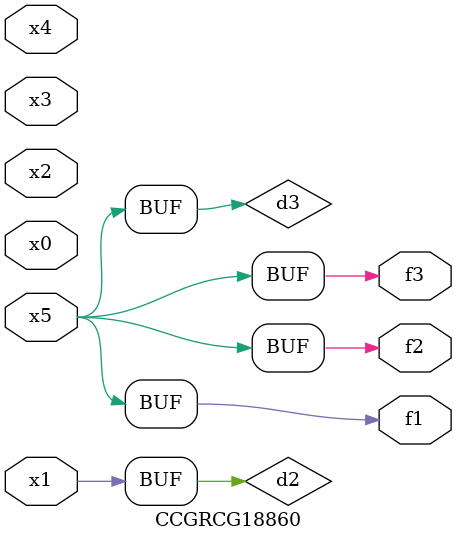
<source format=v>
module CCGRCG18860(
	input x0, x1, x2, x3, x4, x5,
	output f1, f2, f3
);

	wire d1, d2, d3;

	not (d1, x5);
	or (d2, x1);
	xnor (d3, d1);
	assign f1 = d3;
	assign f2 = d3;
	assign f3 = d3;
endmodule

</source>
